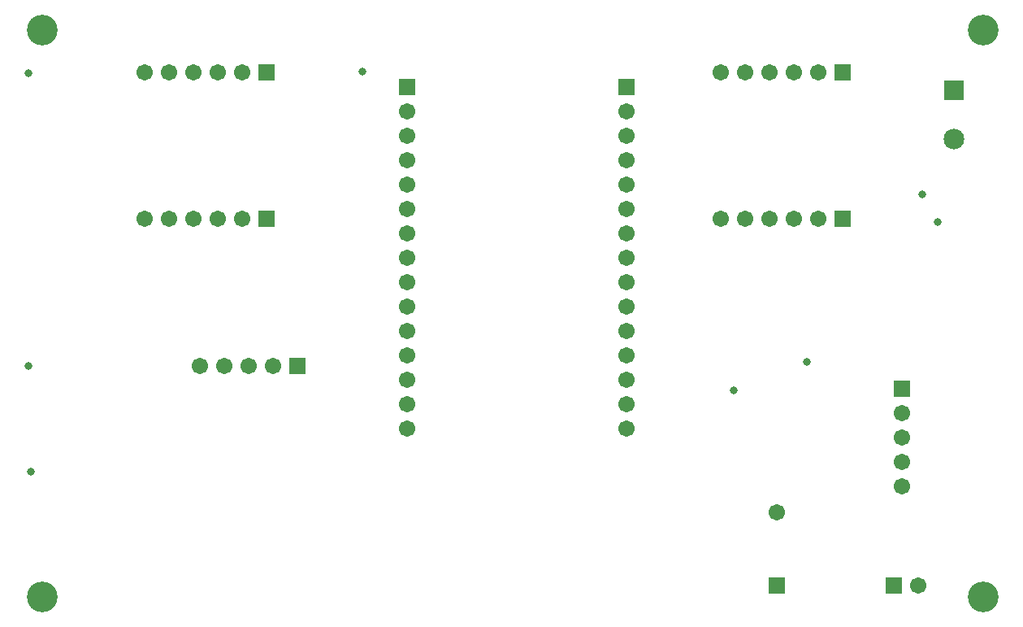
<source format=gbs>
G04*
G04 #@! TF.GenerationSoftware,Altium Limited,Altium Designer,22.8.2 (66)*
G04*
G04 Layer_Color=16711935*
%FSLAX44Y44*%
%MOMM*%
G71*
G04*
G04 #@! TF.SameCoordinates,AD83E0BB-F914-43FB-B5B6-00057FB2F5A7*
G04*
G04*
G04 #@! TF.FilePolarity,Negative*
G04*
G01*
G75*
%ADD28C,3.2032*%
%ADD29R,2.1532X2.1532*%
%ADD30C,2.1532*%
%ADD31R,1.7032X1.7032*%
%ADD32C,1.7032*%
%ADD33R,1.7032X1.7032*%
%ADD34C,0.8032*%
D28*
X30000Y620000D02*
D03*
X1010000Y30000D02*
D03*
Y620000D02*
D03*
X30000Y30000D02*
D03*
D29*
X979746Y556924D02*
D03*
D30*
Y506124D02*
D03*
D31*
X917300Y42000D02*
D03*
X795000Y41900D02*
D03*
X295800Y270000D02*
D03*
D32*
X942700Y42000D02*
D03*
X795000Y118100D02*
D03*
X270400Y270000D02*
D03*
X245000D02*
D03*
X219600D02*
D03*
X194200D02*
D03*
X187300Y576200D02*
D03*
X161900D02*
D03*
X136500D02*
D03*
X212700D02*
D03*
X238100D02*
D03*
X212700Y423800D02*
D03*
X238100D02*
D03*
X187300D02*
D03*
X136500D02*
D03*
X161900D02*
D03*
X761900D02*
D03*
X736500D02*
D03*
X787300D02*
D03*
X838100D02*
D03*
X812700D02*
D03*
X838100Y576200D02*
D03*
X812700D02*
D03*
X736500D02*
D03*
X761900D02*
D03*
X787300D02*
D03*
X638600Y535000D02*
D03*
Y509600D02*
D03*
Y408000D02*
D03*
Y458800D02*
D03*
Y484200D02*
D03*
Y382600D02*
D03*
Y204800D02*
D03*
Y230200D02*
D03*
Y255600D02*
D03*
Y281000D02*
D03*
Y306400D02*
D03*
Y331800D02*
D03*
Y357200D02*
D03*
Y433400D02*
D03*
X410000Y230200D02*
D03*
Y306400D02*
D03*
Y331800D02*
D03*
Y357200D02*
D03*
Y382600D02*
D03*
Y408000D02*
D03*
Y433400D02*
D03*
Y458800D02*
D03*
Y484200D02*
D03*
Y509600D02*
D03*
Y535000D02*
D03*
Y204800D02*
D03*
Y255600D02*
D03*
Y281000D02*
D03*
X925000Y144600D02*
D03*
Y170000D02*
D03*
Y195400D02*
D03*
Y220800D02*
D03*
D33*
X263500Y423800D02*
D03*
Y576200D02*
D03*
X863500D02*
D03*
Y423800D02*
D03*
X410000Y560400D02*
D03*
X638600Y560400D02*
D03*
X925000Y246200D02*
D03*
D34*
X825950Y274320D02*
D03*
X362910Y577090D02*
D03*
X750000Y245000D02*
D03*
X946922Y448480D02*
D03*
X962924Y419778D02*
D03*
X17526Y159766D02*
D03*
X15557Y269963D02*
D03*
X15000Y575000D02*
D03*
M02*

</source>
